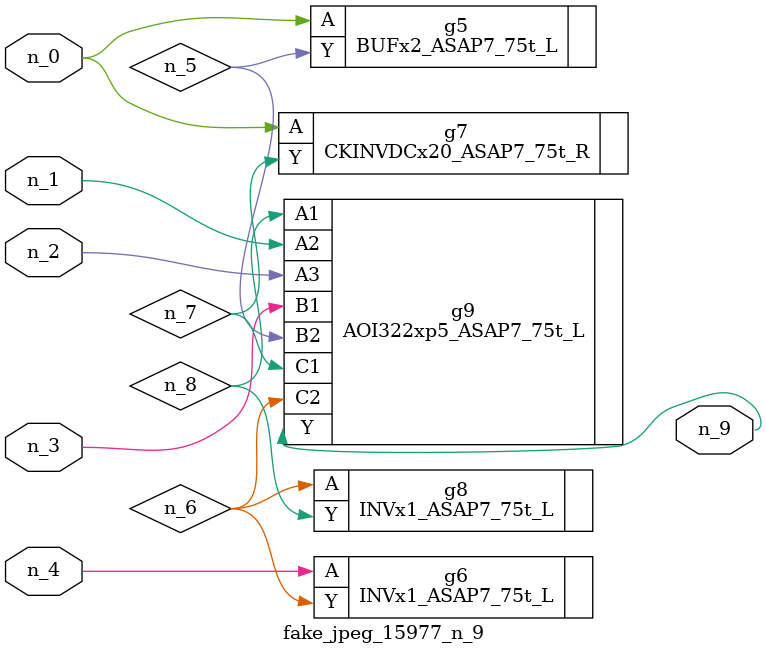
<source format=v>
module fake_jpeg_15977_n_9 (n_3, n_2, n_1, n_0, n_4, n_9);

input n_3;
input n_2;
input n_1;
input n_0;
input n_4;

output n_9;

wire n_8;
wire n_6;
wire n_5;
wire n_7;

BUFx2_ASAP7_75t_L g5 ( 
.A(n_0),
.Y(n_5)
);

INVx1_ASAP7_75t_L g6 ( 
.A(n_4),
.Y(n_6)
);

CKINVDCx20_ASAP7_75t_R g7 ( 
.A(n_0),
.Y(n_7)
);

INVx1_ASAP7_75t_L g8 ( 
.A(n_6),
.Y(n_8)
);

AOI322xp5_ASAP7_75t_L g9 ( 
.A1(n_8),
.A2(n_1),
.A3(n_2),
.B1(n_3),
.B2(n_5),
.C1(n_7),
.C2(n_6),
.Y(n_9)
);


endmodule
</source>
